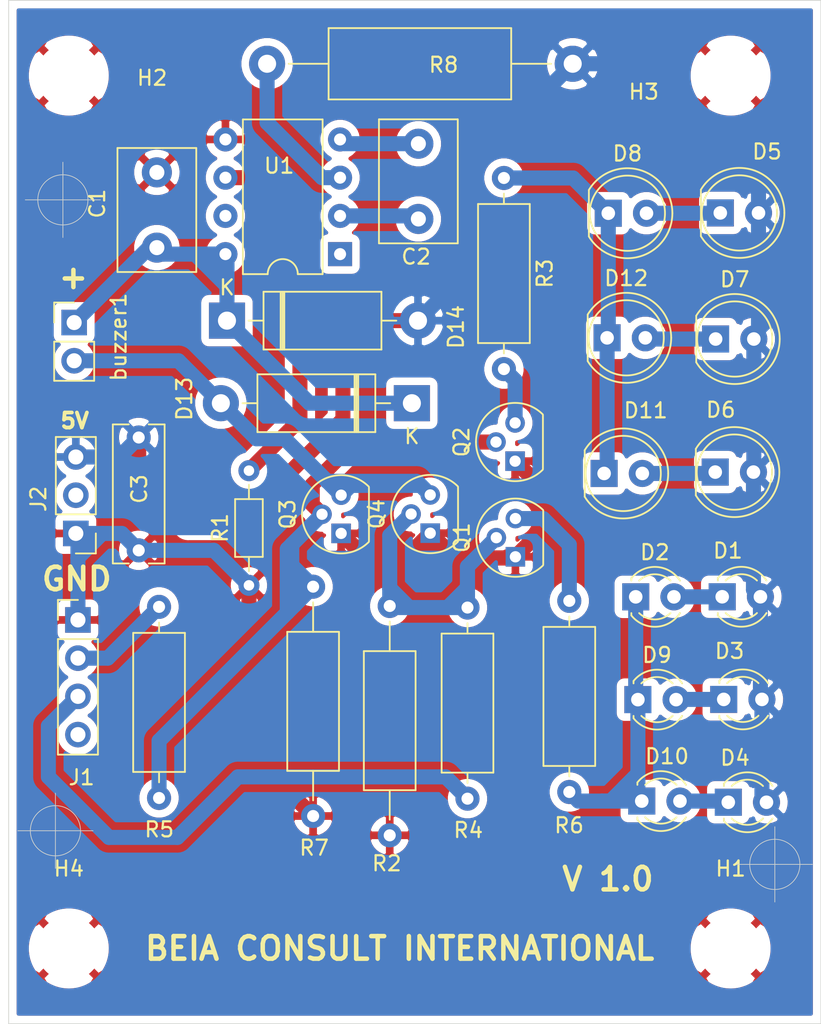
<source format=kicad_pcb>
(kicad_pcb (version 20171130) (host pcbnew "(5.1.10)-1")
  (layers (0 F.Cu signal) (31 B.Cu signal) (34 B.Paste user hide) (35 F.Paste user hide) (36 B.SilkS user hide) (37 F.SilkS user) (38 B.Mask user hide) (39 F.Mask user hide) (44 Edge.Cuts user))
  (net 0 "")
  (net 1 "Net-(D1-Pad1)")
  (net 2 +5V)
  (net 3 "Net-(D10-Pad1)")
  (net 4 "Net-(D3-Pad1)")
  (net 5 "Net-(D10-Pad2)")
  (net 6 "Net-(D5-Pad1)")
  (net 7 "Net-(D11-Pad2)")
  (net 8 "Net-(D12-Pad2)")
  (net 9 "Net-(D11-Pad1)")
  (net 10 "Net-(Q1-Pad2)")
  (net 11 GND)
  (net 12 "Net-(Q2-Pad2)")
  (net 13 /P1)
  (net 14 /P2)
  (net 15 "Net-(D13-Pad2)")
  (net 16 +10V)
  (net 17 "Net-(C2-Pad2)")
  (net 18 "Net-(C2-Pad1)")
  (net 19 "Net-(J1-Pad4)")
  (net 20 "Net-(J2-Pad2)")
  (net 21 "Net-(R1-Pad2)")
  (net 22 "Net-(R8-Pad2)")
  (net 23 "Net-(U1-Pad1)")
  (net 24 "Net-(U1-Pad7)")
  (net 25 "Net-(Q1-Pad3)")
  (net 26 "Net-(Q2-Pad3)")
  (module Resistor_THT:R_Axial_DIN0309_L9.0mm_D3.2mm_P12.70mm_Horizontal (layer F.Cu) (at 126.50724 135.34644 270)
    (fp_text reference R4 (at 14.79296 -0.0508) (layer F.SilkS))
    (fp_text value "R_led 15")
    (fp_line (start 11.66 0) (end 10.97 0) (layer F.SilkS) (width 0.12))
    (fp_line (start 1.04 0) (end 1.73 0) (layer F.SilkS) (width 0.12))
    (fp_line (start 10.97 -1.72) (end 1.73 -1.72) (layer F.SilkS) (width 0.12))
    (fp_line (start 10.97 1.72) (end 10.97 -1.72) (layer F.SilkS) (width 0.12))
    (fp_line (start 1.73 1.72) (end 10.97 1.72) (layer F.SilkS) (width 0.12))
    (fp_line (start 1.73 -1.72) (end 1.73 1.72) (layer F.SilkS) (width 0.12))
    (pad 1 thru_hole circle (at 0 0 270) (size 1.6 1.6) (drill 0.8) (layers *.Cu *.Mask) (net 10 "Net-(Q1-Pad2)"))
    (pad 2 thru_hole oval (at 12.7 0 270) (size 1.6 1.6) (drill 0.8) (layers *.Cu *.Mask) (net 13 /P1))
  )
  (module Connector_PinHeader_2.54mm:PinHeader_1x02_P2.54mm_Vertical (layer F.Cu) (at 100.3554 116.4082)
    (fp_text reference buzzer1 (at 2.9591 0.9652 270) (layer F.SilkS))
    (fp_text value Conn_01x02_Female)
    (fp_line (start -1.33 3.87) (end 1.33 3.87) (layer F.SilkS) (width 0.12))
    (fp_line (start -1.33 1.27) (end -1.33 3.87) (layer F.SilkS) (width 0.12))
    (fp_line (start 1.33 1.27) (end 1.33 3.87) (layer F.SilkS) (width 0.12))
    (fp_line (start -1.33 1.27) (end 1.33 1.27) (layer F.SilkS) (width 0.12))
    (fp_line (start -1.33 0) (end -1.33 -1.33) (layer F.SilkS) (width 0.12))
    (fp_line (start -1.33 -1.33) (end 0 -1.33) (layer F.SilkS) (width 0.12))
    (pad 2 thru_hole oval (at 0 2.54) (size 1.7 1.7) (drill 1) (layers *.Cu *.Mask) (net 15 "Net-(D13-Pad2)"))
    (pad 1 thru_hole rect (at 0 0) (size 1.7 1.7) (drill 1) (layers *.Cu *.Mask) (net 16 +10V))
  )
  (module Connector_PinHeader_2.54mm:PinHeader_1x03_P2.54mm_Vertical (layer F.Cu) (at 100.46716 130.42138 180)
    (fp_text reference J2 (at 2.48666 2.29108 90) (layer F.SilkS))
    (fp_text value Conn_01x03_Female)
    (fp_line (start -1.33 -1.33) (end 0 -1.33) (layer F.SilkS) (width 0.12))
    (fp_line (start -1.33 0) (end -1.33 -1.33) (layer F.SilkS) (width 0.12))
    (fp_line (start -1.33 1.27) (end 1.33 1.27) (layer F.SilkS) (width 0.12))
    (fp_line (start 1.33 1.27) (end 1.33 6.41) (layer F.SilkS) (width 0.12))
    (fp_line (start -1.33 1.27) (end -1.33 6.41) (layer F.SilkS) (width 0.12))
    (fp_line (start -1.33 6.41) (end 1.33 6.41) (layer F.SilkS) (width 0.12))
    (pad 1 thru_hole rect (at 0 0 180) (size 1.7 1.7) (drill 1) (layers *.Cu *.Mask) (net 11 GND))
    (pad 2 thru_hole oval (at 0 2.54 180) (size 1.7 1.7) (drill 1) (layers *.Cu *.Mask) (net 20 "Net-(J2-Pad2)"))
    (pad 3 thru_hole oval (at 0 5.08 180) (size 1.7 1.7) (drill 1) (layers *.Cu *.Mask) (net 2 +5V))
  )
  (module Connector_PinHeader_2.54mm:PinHeader_1x04_P2.54mm_Vertical (layer F.Cu) (at 100.60686 136.1694)
    (fp_text reference J1 (at 0.24384 10.4648) (layer F.SilkS))
    (fp_text value Conn_01x04_Female)
    (fp_line (start -1.33 -1.33) (end 0 -1.33) (layer F.SilkS) (width 0.12))
    (fp_line (start -1.33 0) (end -1.33 -1.33) (layer F.SilkS) (width 0.12))
    (fp_line (start -1.33 1.27) (end 1.33 1.27) (layer F.SilkS) (width 0.12))
    (fp_line (start 1.33 1.27) (end 1.33 8.95) (layer F.SilkS) (width 0.12))
    (fp_line (start -1.33 1.27) (end -1.33 8.95) (layer F.SilkS) (width 0.12))
    (fp_line (start -1.33 8.95) (end 1.33 8.95) (layer F.SilkS) (width 0.12))
    (pad 1 thru_hole rect (at 0 0) (size 1.7 1.7) (drill 1) (layers *.Cu *.Mask) (net 11 GND))
    (pad 2 thru_hole oval (at 0 2.54) (size 1.7 1.7) (drill 1) (layers *.Cu *.Mask) (net 14 /P2))
    (pad 3 thru_hole oval (at 0 5.08) (size 1.7 1.7) (drill 1) (layers *.Cu *.Mask) (net 13 /P1))
    (pad 4 thru_hole oval (at 0 7.62) (size 1.7 1.7) (drill 1) (layers *.Cu *.Mask) (net 19 "Net-(J1-Pad4)"))
  )
  (module Diode_THT:D_DO-15_P12.70mm_Horizontal (layer F.Cu) (at 122.809 121.7676 180)
    (fp_text reference D13 (at 15.1257 0.2921 90) (layer F.SilkS))
    (fp_text value D)
    (fp_line (start 3.57 -1.92) (end 3.57 1.92) (layer F.SilkS) (width 0.12))
    (fp_line (start 3.81 -1.92) (end 3.81 1.92) (layer F.SilkS) (width 0.12))
    (fp_line (start 3.69 -1.92) (end 3.69 1.92) (layer F.SilkS) (width 0.12))
    (fp_line (start 11.26 0) (end 10.27 0) (layer F.SilkS) (width 0.12))
    (fp_line (start 1.44 0) (end 2.43 0) (layer F.SilkS) (width 0.12))
    (fp_line (start 10.27 -1.92) (end 2.43 -1.92) (layer F.SilkS) (width 0.12))
    (fp_line (start 10.27 1.92) (end 10.27 -1.92) (layer F.SilkS) (width 0.12))
    (fp_line (start 2.43 1.92) (end 10.27 1.92) (layer F.SilkS) (width 0.12))
    (fp_line (start 2.43 -1.92) (end 2.43 1.92) (layer F.SilkS) (width 0.12))
    (fp_text user K (at 0 -2.2) (layer F.SilkS))
    (pad 1 thru_hole rect (at 0 0 180) (size 2.4 2.4) (drill 1.2) (layers *.Cu *.Mask) (net 16 +10V))
    (pad 2 thru_hole oval (at 12.7 0 180) (size 2.4 2.4) (drill 1.2) (layers *.Cu *.Mask) (net 15 "Net-(D13-Pad2)"))
  )
  (module Resistor_THT:R_Axial_DIN0309_L9.0mm_D3.2mm_P12.70mm_Horizontal (layer F.Cu) (at 106 148 90)
    (fp_text reference R5 (at -2.0955 0.0127) (layer F.SilkS))
    (fp_text value "R_led 15")
    (fp_line (start 1.73 -1.72) (end 1.73 1.72) (layer F.SilkS) (width 0.12))
    (fp_line (start 1.73 1.72) (end 10.97 1.72) (layer F.SilkS) (width 0.12))
    (fp_line (start 10.97 1.72) (end 10.97 -1.72) (layer F.SilkS) (width 0.12))
    (fp_line (start 10.97 -1.72) (end 1.73 -1.72) (layer F.SilkS) (width 0.12))
    (fp_line (start 1.04 0) (end 1.73 0) (layer F.SilkS) (width 0.12))
    (fp_line (start 11.66 0) (end 10.97 0) (layer F.SilkS) (width 0.12))
    (pad 2 thru_hole oval (at 12.7 0 90) (size 1.6 1.6) (drill 0.8) (layers *.Cu *.Mask) (net 14 /P2))
    (pad 1 thru_hole circle (at 0 0 90) (size 1.6 1.6) (drill 0.8) (layers *.Cu *.Mask) (net 12 "Net-(Q2-Pad2)"))
  )
  (module Resistor_THT:R_Axial_DIN0309_L9.0mm_D3.2mm_P15.24mm_Horizontal (layer F.Cu) (at 121.3358 135.2423 270)
    (fp_text reference R2 (at 17.1069 0.19812) (layer F.SilkS))
    (fp_text value "R_gate 10k")
    (fp_line (start 14.2 0) (end 12.24 0) (layer F.SilkS) (width 0.12))
    (fp_line (start 1.04 0) (end 3 0) (layer F.SilkS) (width 0.12))
    (fp_line (start 12.24 -1.72) (end 3 -1.72) (layer F.SilkS) (width 0.12))
    (fp_line (start 12.24 1.72) (end 12.24 -1.72) (layer F.SilkS) (width 0.12))
    (fp_line (start 3 1.72) (end 12.24 1.72) (layer F.SilkS) (width 0.12))
    (fp_line (start 3 -1.72) (end 3 1.72) (layer F.SilkS) (width 0.12))
    (pad 1 thru_hole circle (at 0 0 270) (size 1.6 1.6) (drill 0.8) (layers *.Cu *.Mask) (net 10 "Net-(Q1-Pad2)"))
    (pad 2 thru_hole oval (at 15.24 0 270) (size 1.6 1.6) (drill 0.8) (layers *.Cu *.Mask) (net 11 GND))
  )
  (module Resistor_THT:R_Axial_DIN0309_L9.0mm_D3.2mm_P15.24mm_Horizontal (layer F.Cu) (at 116.2431 133.9596 270)
    (fp_text reference R7 (at 17.35328 -0.06858 180) (layer F.SilkS))
    (fp_text value "R_gate 10k")
    (fp_line (start 3 -1.72) (end 3 1.72) (layer F.SilkS) (width 0.12))
    (fp_line (start 3 1.72) (end 12.24 1.72) (layer F.SilkS) (width 0.12))
    (fp_line (start 12.24 1.72) (end 12.24 -1.72) (layer F.SilkS) (width 0.12))
    (fp_line (start 12.24 -1.72) (end 3 -1.72) (layer F.SilkS) (width 0.12))
    (fp_line (start 1.04 0) (end 3 0) (layer F.SilkS) (width 0.12))
    (fp_line (start 14.2 0) (end 12.24 0) (layer F.SilkS) (width 0.12))
    (pad 2 thru_hole oval (at 15.24 0 270) (size 1.6 1.6) (drill 0.8) (layers *.Cu *.Mask) (net 11 GND))
    (pad 1 thru_hole circle (at 0 0 270) (size 1.6 1.6) (drill 0.8) (layers *.Cu *.Mask) (net 12 "Net-(Q2-Pad2)"))
  )
  (module Capacitor_THT:C_Rect_L9.0mm_W3.2mm_P7.50mm_MKT (layer F.Cu) (at 104.648 131.5466 90)
    (fp_text reference C3 (at 4.0767 0.0381 90) (layer F.SilkS))
    (fp_text value "C_Small 47")
    (fp_line (start 8.37 0.665) (end 8.37 1.721) (layer F.SilkS) (width 0.12))
    (fp_line (start 8.37 -1.721) (end 8.37 -0.665) (layer F.SilkS) (width 0.12))
    (fp_line (start -0.87 0.665) (end -0.87 1.721) (layer F.SilkS) (width 0.12))
    (fp_line (start -0.87 -1.721) (end -0.87 -0.665) (layer F.SilkS) (width 0.12))
    (fp_line (start -0.87 1.721) (end 8.37 1.721) (layer F.SilkS) (width 0.12))
    (fp_line (start -0.87 -1.721) (end 8.37 -1.721) (layer F.SilkS) (width 0.12))
    (pad 1 thru_hole circle (at 0 0 90) (size 1.6 1.6) (drill 0.8) (layers *.Cu *.Mask) (net 11 GND))
    (pad 2 thru_hole circle (at 7.5 0 90) (size 1.6 1.6) (drill 0.8) (layers *.Cu *.Mask) (net 2 +5V))
  )
  (module LED_THT:LED_D3.0mm (layer F.Cu) (at 143.44142 134.63016)
    (fp_text reference D1 (at 0.37338 -3.05816) (layer F.SilkS))
    (fp_text value LED_galben)
    (fp_line (start -0.29 -1.236) (end -0.29 -1.08) (layer F.SilkS) (width 0.12))
    (fp_line (start -0.29 1.08) (end -0.29 1.236) (layer F.SilkS) (width 0.12))
    (fp_arc (start 1.27 0) (end -0.29 -1.235516) (angle 108.8) (layer F.SilkS) (width 0.12))
    (fp_arc (start 1.27 0) (end -0.29 1.235516) (angle -108.8) (layer F.SilkS) (width 0.12))
    (fp_arc (start 1.27 0) (end 0.229039 -1.08) (angle 87.9) (layer F.SilkS) (width 0.12))
    (fp_arc (start 1.27 0) (end 0.229039 1.08) (angle -87.9) (layer F.SilkS) (width 0.12))
    (pad 1 thru_hole rect (at 0 0) (size 1.8 1.8) (drill 0.9) (layers *.Cu *.Mask) (net 1 "Net-(D1-Pad1)"))
    (pad 2 thru_hole circle (at 2.54 0) (size 1.8 1.8) (drill 0.9) (layers *.Cu *.Mask) (net 2 +5V))
  )
  (module LED_THT:LED_D3.0mm (layer F.Cu) (at 137.69086 134.63524)
    (fp_text reference D2 (at 1.27 -2.96) (layer F.SilkS))
    (fp_text value LED_galben)
    (fp_line (start -0.29 1.08) (end -0.29 1.236) (layer F.SilkS) (width 0.12))
    (fp_line (start -0.29 -1.236) (end -0.29 -1.08) (layer F.SilkS) (width 0.12))
    (fp_arc (start 1.27 0) (end -0.29 -1.235516) (angle 108.8) (layer F.SilkS) (width 0.12))
    (fp_arc (start 1.27 0) (end -0.29 1.235516) (angle -108.8) (layer F.SilkS) (width 0.12))
    (fp_arc (start 1.27 0) (end 0.229039 -1.08) (angle 87.9) (layer F.SilkS) (width 0.12))
    (fp_arc (start 1.27 0) (end 0.229039 1.08) (angle -87.9) (layer F.SilkS) (width 0.12))
    (pad 1 thru_hole rect (at 0 0) (size 1.8 1.8) (drill 0.9) (layers *.Cu *.Mask) (net 3 "Net-(D10-Pad1)"))
    (pad 2 thru_hole circle (at 2.54 0) (size 1.8 1.8) (drill 0.9) (layers *.Cu *.Mask) (net 1 "Net-(D1-Pad1)"))
  )
  (module LED_THT:LED_D3.0mm (layer F.Cu) (at 143.54302 141.45006)
    (fp_text reference D3 (at 0.38608 -3.21056) (layer F.SilkS))
    (fp_text value LED_galben)
    (fp_line (start -0.29 -1.236) (end -0.29 -1.08) (layer F.SilkS) (width 0.12))
    (fp_line (start -0.29 1.08) (end -0.29 1.236) (layer F.SilkS) (width 0.12))
    (fp_arc (start 1.27 0) (end 0.229039 1.08) (angle -87.9) (layer F.SilkS) (width 0.12))
    (fp_arc (start 1.27 0) (end 0.229039 -1.08) (angle 87.9) (layer F.SilkS) (width 0.12))
    (fp_arc (start 1.27 0) (end -0.29 1.235516) (angle -108.8) (layer F.SilkS) (width 0.12))
    (fp_arc (start 1.27 0) (end -0.29 -1.235516) (angle 108.8) (layer F.SilkS) (width 0.12))
    (pad 2 thru_hole circle (at 2.54 0) (size 1.8 1.8) (drill 0.9) (layers *.Cu *.Mask) (net 2 +5V))
    (pad 1 thru_hole rect (at 0 0) (size 1.8 1.8) (drill 0.9) (layers *.Cu *.Mask) (net 4 "Net-(D3-Pad1)"))
  )
  (module LED_THT:LED_D3.0mm (layer F.Cu) (at 143.84528 148.2852)
    (fp_text reference D4 (at 0.44704 -2.95148) (layer F.SilkS))
    (fp_text value LED_galben)
    (fp_line (start -0.29 1.08) (end -0.29 1.236) (layer F.SilkS) (width 0.12))
    (fp_line (start -0.29 -1.236) (end -0.29 -1.08) (layer F.SilkS) (width 0.12))
    (fp_arc (start 1.27 0) (end -0.29 -1.235516) (angle 108.8) (layer F.SilkS) (width 0.12))
    (fp_arc (start 1.27 0) (end -0.29 1.235516) (angle -108.8) (layer F.SilkS) (width 0.12))
    (fp_arc (start 1.27 0) (end 0.229039 -1.08) (angle 87.9) (layer F.SilkS) (width 0.12))
    (fp_arc (start 1.27 0) (end 0.229039 1.08) (angle -87.9) (layer F.SilkS) (width 0.12))
    (pad 1 thru_hole rect (at 0 0) (size 1.8 1.8) (drill 0.9) (layers *.Cu *.Mask) (net 5 "Net-(D10-Pad2)"))
    (pad 2 thru_hole circle (at 2.54 0) (size 1.8 1.8) (drill 0.9) (layers *.Cu *.Mask) (net 2 +5V))
  )
  (module LED_THT:LED_D5.0mm (layer F.Cu) (at 143.314469 109.123161)
    (fp_text reference D5 (at 3.103831 -4.068761) (layer F.SilkS))
    (fp_text value LED_red)
    (fp_circle (center 1.27 0) (end 3.77 0) (layer F.SilkS) (width 0.12))
    (fp_line (start -1.29 -1.545) (end -1.29 1.545) (layer F.SilkS) (width 0.12))
    (fp_arc (start 1.27 0) (end -1.29 1.54483) (angle -148.9) (layer F.SilkS) (width 0.12))
    (fp_arc (start 1.27 0) (end -1.29 -1.54483) (angle 148.9) (layer F.SilkS) (width 0.12))
    (pad 2 thru_hole circle (at 2.54 0) (size 1.8 1.8) (drill 0.9) (layers *.Cu *.Mask) (net 2 +5V))
    (pad 1 thru_hole rect (at 0 0) (size 1.8 1.8) (drill 0.9) (layers *.Cu *.Mask) (net 6 "Net-(D5-Pad1)"))
  )
  (module LED_THT:LED_D5.0mm (layer F.Cu) (at 142.97914 126.34468)
    (fp_text reference D6 (at 0.36576 -4.13258) (layer F.SilkS))
    (fp_text value LED_red)
    (fp_line (start -1.29 -1.545) (end -1.29 1.545) (layer F.SilkS) (width 0.12))
    (fp_circle (center 1.27 0) (end 3.77 0) (layer F.SilkS) (width 0.12))
    (fp_arc (start 1.27 0) (end -1.29 -1.54483) (angle 148.9) (layer F.SilkS) (width 0.12))
    (fp_arc (start 1.27 0) (end -1.29 1.54483) (angle -148.9) (layer F.SilkS) (width 0.12))
    (pad 1 thru_hole rect (at 0 0) (size 1.8 1.8) (drill 0.9) (layers *.Cu *.Mask) (net 7 "Net-(D11-Pad2)"))
    (pad 2 thru_hole circle (at 2.54 0) (size 1.8 1.8) (drill 0.9) (layers *.Cu *.Mask) (net 2 +5V))
  )
  (module LED_THT:LED_D5.0mm (layer F.Cu) (at 143.00454 117.50294)
    (fp_text reference D7 (at 1.27 -3.96) (layer F.SilkS))
    (fp_text value LED_red)
    (fp_circle (center 1.27 0) (end 3.77 0) (layer F.SilkS) (width 0.12))
    (fp_line (start -1.29 -1.545) (end -1.29 1.545) (layer F.SilkS) (width 0.12))
    (fp_arc (start 1.27 0) (end -1.29 1.54483) (angle -148.9) (layer F.SilkS) (width 0.12))
    (fp_arc (start 1.27 0) (end -1.29 -1.54483) (angle 148.9) (layer F.SilkS) (width 0.12))
    (pad 2 thru_hole circle (at 2.54 0) (size 1.8 1.8) (drill 0.9) (layers *.Cu *.Mask) (net 2 +5V))
    (pad 1 thru_hole rect (at 0 0) (size 1.8 1.8) (drill 0.9) (layers *.Cu *.Mask) (net 8 "Net-(D12-Pad2)"))
  )
  (module LED_THT:LED_D5.0mm (layer F.Cu) (at 135.86714 109.1438)
    (fp_text reference D8 (at 1.27 -3.96) (layer F.SilkS))
    (fp_text value LED_red)
    (fp_line (start -1.29 -1.545) (end -1.29 1.545) (layer F.SilkS) (width 0.12))
    (fp_circle (center 1.27 0) (end 3.77 0) (layer F.SilkS) (width 0.12))
    (fp_arc (start 1.27 0) (end -1.29 -1.54483) (angle 148.9) (layer F.SilkS) (width 0.12))
    (fp_arc (start 1.27 0) (end -1.29 1.54483) (angle -148.9) (layer F.SilkS) (width 0.12))
    (pad 1 thru_hole rect (at 0 0) (size 1.8 1.8) (drill 0.9) (layers *.Cu *.Mask) (net 9 "Net-(D11-Pad1)"))
    (pad 2 thru_hole circle (at 2.54 0) (size 1.8 1.8) (drill 0.9) (layers *.Cu *.Mask) (net 6 "Net-(D5-Pad1)"))
  )
  (module LED_THT:LED_D3.0mm (layer F.Cu) (at 137.83564 141.4653)
    (fp_text reference D9 (at 1.27 -2.96) (layer F.SilkS))
    (fp_text value LED_galben)
    (fp_line (start -0.29 1.08) (end -0.29 1.236) (layer F.SilkS) (width 0.12))
    (fp_line (start -0.29 -1.236) (end -0.29 -1.08) (layer F.SilkS) (width 0.12))
    (fp_arc (start 1.27 0) (end -0.29 -1.235516) (angle 108.8) (layer F.SilkS) (width 0.12))
    (fp_arc (start 1.27 0) (end -0.29 1.235516) (angle -108.8) (layer F.SilkS) (width 0.12))
    (fp_arc (start 1.27 0) (end 0.229039 -1.08) (angle 87.9) (layer F.SilkS) (width 0.12))
    (fp_arc (start 1.27 0) (end 0.229039 1.08) (angle -87.9) (layer F.SilkS) (width 0.12))
    (pad 1 thru_hole rect (at 0 0) (size 1.8 1.8) (drill 0.9) (layers *.Cu *.Mask) (net 3 "Net-(D10-Pad1)"))
    (pad 2 thru_hole circle (at 2.54 0) (size 1.8 1.8) (drill 0.9) (layers *.Cu *.Mask) (net 4 "Net-(D3-Pad1)"))
  )
  (module LED_THT:LED_D3.0mm (layer F.Cu) (at 138.09218 148.20646)
    (fp_text reference D10 (at 1.67894 -2.96926) (layer F.SilkS))
    (fp_text value LED_galben)
    (fp_line (start -0.29 -1.236) (end -0.29 -1.08) (layer F.SilkS) (width 0.12))
    (fp_line (start -0.29 1.08) (end -0.29 1.236) (layer F.SilkS) (width 0.12))
    (fp_arc (start 1.27 0) (end 0.229039 1.08) (angle -87.9) (layer F.SilkS) (width 0.12))
    (fp_arc (start 1.27 0) (end 0.229039 -1.08) (angle 87.9) (layer F.SilkS) (width 0.12))
    (fp_arc (start 1.27 0) (end -0.29 1.235516) (angle -108.8) (layer F.SilkS) (width 0.12))
    (fp_arc (start 1.27 0) (end -0.29 -1.235516) (angle 108.8) (layer F.SilkS) (width 0.12))
    (pad 2 thru_hole circle (at 2.54 0) (size 1.8 1.8) (drill 0.9) (layers *.Cu *.Mask) (net 5 "Net-(D10-Pad2)"))
    (pad 1 thru_hole rect (at 0 0) (size 1.8 1.8) (drill 0.9) (layers *.Cu *.Mask) (net 3 "Net-(D10-Pad1)"))
  )
  (module LED_THT:LED_D5.0mm (layer F.Cu) (at 135.59028 126.43612)
    (fp_text reference D11 (at 2.76352 -4.18592) (layer F.SilkS))
    (fp_text value LED_red)
    (fp_circle (center 1.27 0) (end 3.77 0) (layer F.SilkS) (width 0.12))
    (fp_line (start -1.29 -1.545) (end -1.29 1.545) (layer F.SilkS) (width 0.12))
    (fp_arc (start 1.27 0) (end -1.29 1.54483) (angle -148.9) (layer F.SilkS) (width 0.12))
    (fp_arc (start 1.27 0) (end -1.29 -1.54483) (angle 148.9) (layer F.SilkS) (width 0.12))
    (pad 2 thru_hole circle (at 2.54 0) (size 1.8 1.8) (drill 0.9) (layers *.Cu *.Mask) (net 7 "Net-(D11-Pad2)"))
    (pad 1 thru_hole rect (at 0 0) (size 1.8 1.8) (drill 0.9) (layers *.Cu *.Mask) (net 9 "Net-(D11-Pad1)"))
  )
  (module LED_THT:LED_D5.0mm (layer F.Cu) (at 135.7884 117.4242)
    (fp_text reference D12 (at 1.27 -3.96) (layer F.SilkS))
    (fp_text value LED_red)
    (fp_line (start -1.29 -1.545) (end -1.29 1.545) (layer F.SilkS) (width 0.12))
    (fp_circle (center 1.27 0) (end 3.77 0) (layer F.SilkS) (width 0.12))
    (fp_arc (start 1.27 0) (end -1.29 -1.54483) (angle 148.9) (layer F.SilkS) (width 0.12))
    (fp_arc (start 1.27 0) (end -1.29 1.54483) (angle -148.9) (layer F.SilkS) (width 0.12))
    (pad 1 thru_hole rect (at 0 0) (size 1.8 1.8) (drill 0.9) (layers *.Cu *.Mask) (net 9 "Net-(D11-Pad1)"))
    (pad 2 thru_hole circle (at 2.54 0) (size 1.8 1.8) (drill 0.9) (layers *.Cu *.Mask) (net 8 "Net-(D12-Pad2)"))
  )
  (module Resistor_THT:R_Axial_DIN0309_L9.0mm_D3.2mm_P12.70mm_Horizontal (layer F.Cu) (at 128.92786 106.80192 270)
    (fp_text reference R3 (at 6.35 -2.72 270) (layer F.SilkS))
    (fp_text value "R_led 4")
    (fp_line (start 11.66 0) (end 10.97 0) (layer F.SilkS) (width 0.12))
    (fp_line (start 1.04 0) (end 1.73 0) (layer F.SilkS) (width 0.12))
    (fp_line (start 10.97 -1.72) (end 1.73 -1.72) (layer F.SilkS) (width 0.12))
    (fp_line (start 10.97 1.72) (end 10.97 -1.72) (layer F.SilkS) (width 0.12))
    (fp_line (start 1.73 1.72) (end 10.97 1.72) (layer F.SilkS) (width 0.12))
    (fp_line (start 1.73 -1.72) (end 1.73 1.72) (layer F.SilkS) (width 0.12))
    (pad 1 thru_hole circle (at 0 0 270) (size 1.6 1.6) (drill 0.8) (layers *.Cu *.Mask) (net 9 "Net-(D11-Pad1)"))
    (pad 2 thru_hole oval (at 12.7 0 270) (size 1.6 1.6) (drill 0.8) (layers *.Cu *.Mask) (net 26 "Net-(Q2-Pad3)"))
  )
  (module Resistor_THT:R_Axial_DIN0309_L9.0mm_D3.2mm_P12.70mm_Horizontal (layer F.Cu) (at 133.27634 147.60194 90)
    (fp_text reference R6 (at -2.21996 -0.01524 180) (layer F.SilkS))
    (fp_text value "R_led 15")
    (fp_line (start 1.73 -1.72) (end 1.73 1.72) (layer F.SilkS) (width 0.12))
    (fp_line (start 1.73 1.72) (end 10.97 1.72) (layer F.SilkS) (width 0.12))
    (fp_line (start 10.97 1.72) (end 10.97 -1.72) (layer F.SilkS) (width 0.12))
    (fp_line (start 10.97 -1.72) (end 1.73 -1.72) (layer F.SilkS) (width 0.12))
    (fp_line (start 1.04 0) (end 1.73 0) (layer F.SilkS) (width 0.12))
    (fp_line (start 11.66 0) (end 10.97 0) (layer F.SilkS) (width 0.12))
    (pad 2 thru_hole oval (at 12.7 0 90) (size 1.6 1.6) (drill 0.8) (layers *.Cu *.Mask) (net 25 "Net-(Q1-Pad3)"))
    (pad 1 thru_hole circle (at 0 0 90) (size 1.6 1.6) (drill 0.8) (layers *.Cu *.Mask) (net 3 "Net-(D10-Pad1)"))
  )
  (module Capacitor_THT:C_Disc_D8.0mm_W5.0mm_P5.00mm (layer F.Cu) (at 105.8545 111.4298 90)
    (fp_text reference C1 (at 2.921 -3.9624 90) (layer F.SilkS))
    (fp_text value "C_Small 47")
    (fp_line (start 6.62 -2.62) (end 6.62 2.62) (layer F.SilkS) (width 0.12))
    (fp_line (start -1.62 -2.62) (end -1.62 2.62) (layer F.SilkS) (width 0.12))
    (fp_line (start -1.62 2.62) (end 6.62 2.62) (layer F.SilkS) (width 0.12))
    (fp_line (start -1.62 -2.62) (end 6.62 -2.62) (layer F.SilkS) (width 0.12))
    (pad 1 thru_hole circle (at 0 0 90) (size 2 2) (drill 1) (layers *.Cu *.Mask) (net 16 +10V))
    (pad 2 thru_hole circle (at 5 0 90) (size 2 2) (drill 1) (layers *.Cu *.Mask) (net 11 GND))
  )
  (module Capacitor_THT:C_Disc_D8.0mm_W5.0mm_P5.00mm (layer F.Cu) (at 123.2408 109.5248 90)
    (fp_text reference C2 (at -2.5146 -0.1524) (layer F.SilkS))
    (fp_text value "C_Small 47")
    (fp_line (start -1.62 -2.62) (end 6.62 -2.62) (layer F.SilkS) (width 0.12))
    (fp_line (start -1.62 2.62) (end 6.62 2.62) (layer F.SilkS) (width 0.12))
    (fp_line (start -1.62 -2.62) (end -1.62 2.62) (layer F.SilkS) (width 0.12))
    (fp_line (start 6.62 -2.62) (end 6.62 2.62) (layer F.SilkS) (width 0.12))
    (pad 2 thru_hole circle (at 5 0 90) (size 2 2) (drill 1) (layers *.Cu *.Mask) (net 17 "Net-(C2-Pad2)"))
    (pad 1 thru_hole circle (at 0 0 90) (size 2 2) (drill 1) (layers *.Cu *.Mask) (net 18 "Net-(C2-Pad1)"))
  )
  (module Diode_THT:D_DO-15_P12.70mm_Horizontal (layer F.Cu) (at 110.5154 116.2812)
    (fp_text reference D14 (at 15.2273 0.4191 90) (layer F.SilkS))
    (fp_text value D)
    (fp_line (start 3.57 -1.92) (end 3.57 1.92) (layer F.SilkS) (width 0.12))
    (fp_line (start 3.81 -1.92) (end 3.81 1.92) (layer F.SilkS) (width 0.12))
    (fp_line (start 3.69 -1.92) (end 3.69 1.92) (layer F.SilkS) (width 0.12))
    (fp_line (start 11.26 0) (end 10.27 0) (layer F.SilkS) (width 0.12))
    (fp_line (start 1.44 0) (end 2.43 0) (layer F.SilkS) (width 0.12))
    (fp_line (start 10.27 -1.92) (end 2.43 -1.92) (layer F.SilkS) (width 0.12))
    (fp_line (start 10.27 1.92) (end 10.27 -1.92) (layer F.SilkS) (width 0.12))
    (fp_line (start 2.43 1.92) (end 10.27 1.92) (layer F.SilkS) (width 0.12))
    (fp_line (start 2.43 -1.92) (end 2.43 1.92) (layer F.SilkS) (width 0.12))
    (fp_text user K (at 0 -2.2) (layer F.SilkS))
    (pad 1 thru_hole rect (at 0 0) (size 2.4 2.4) (drill 1.2) (layers *.Cu *.Mask) (net 16 +10V))
    (pad 2 thru_hole oval (at 12.7 0) (size 2.4 2.4) (drill 1.2) (layers *.Cu *.Mask) (net 2 +5V))
  )
  (module MountingHole:MountingHole_4.3mm_M4 (layer F.Cu) (at 144 158)
    (fp_text reference H1 (at 0 -5.3) (layer F.SilkS))
    (fp_text value MountingHole_Pad)
    (pad 1 np_thru_hole circle (at 0 0) (size 4.3 4.3) (drill 4.3) (layers *.Cu *.Mask) (net 11 GND))
  )
  (module MountingHole:MountingHole_4.3mm_M4 (layer F.Cu) (at 100 100)
    (fp_text reference H2 (at 5.537 0.1522) (layer F.SilkS))
    (fp_text value MountingHole_Pad)
    (pad 1 np_thru_hole circle (at 0 0) (size 4.3 4.3) (drill 4.3) (layers *.Cu *.Mask) (net 11 GND))
  )
  (module MountingHole:MountingHole_4.3mm_M4 (layer F.Cu) (at 144 100)
    (fp_text reference H3 (at -5.7732 1.0793) (layer F.SilkS))
    (fp_text value MountingHole_Pad)
    (pad 1 np_thru_hole circle (at 0 0) (size 4.3 4.3) (drill 4.3) (layers *.Cu *.Mask) (net 11 GND))
  )
  (module MountingHole:MountingHole_4.3mm_M4 (layer F.Cu) (at 100 158)
    (fp_text reference H4 (at 0 -5.3) (layer F.SilkS))
    (fp_text value MountingHole_Pad)
    (pad 1 np_thru_hole circle (at 0 0) (size 4.3 4.3) (drill 4.3) (layers *.Cu *.Mask) (net 11 GND))
  )
  (module Resistor_THT:R_Axial_DIN0204_L3.6mm_D1.6mm_P7.62mm_Horizontal (layer F.Cu) (at 111.9759 133.8707 90)
    (fp_text reference R1 (at 3.81 -1.92 90) (layer F.SilkS))
    (fp_text value "R chg 1M")
    (fp_line (start 6.68 0) (end 5.73 0) (layer F.SilkS) (width 0.12))
    (fp_line (start 0.94 0) (end 1.89 0) (layer F.SilkS) (width 0.12))
    (fp_line (start 5.73 -0.92) (end 1.89 -0.92) (layer F.SilkS) (width 0.12))
    (fp_line (start 5.73 0.92) (end 5.73 -0.92) (layer F.SilkS) (width 0.12))
    (fp_line (start 1.89 0.92) (end 5.73 0.92) (layer F.SilkS) (width 0.12))
    (fp_line (start 1.89 -0.92) (end 1.89 0.92) (layer F.SilkS) (width 0.12))
    (pad 1 thru_hole circle (at 0 0 90) (size 1.4 1.4) (drill 0.7) (layers *.Cu *.Mask) (net 11 GND))
    (pad 2 thru_hole oval (at 7.62 0 90) (size 1.4 1.4) (drill 0.7) (layers *.Cu *.Mask) (net 21 "Net-(R1-Pad2)"))
  )
  (module Resistor_THT:R_Axial_DIN0414_L11.9mm_D4.5mm_P20.32mm_Horizontal (layer F.Cu) (at 133.5024 99.2124 180)
    (fp_text reference R8 (at 8.5852 -0.0762) (layer F.SilkS))
    (fp_text value "R chg 100")
    (fp_line (start 18.88 0) (end 16.23 0) (layer F.SilkS) (width 0.12))
    (fp_line (start 1.44 0) (end 4.09 0) (layer F.SilkS) (width 0.12))
    (fp_line (start 16.23 -2.37) (end 4.09 -2.37) (layer F.SilkS) (width 0.12))
    (fp_line (start 16.23 2.37) (end 16.23 -2.37) (layer F.SilkS) (width 0.12))
    (fp_line (start 4.09 2.37) (end 16.23 2.37) (layer F.SilkS) (width 0.12))
    (fp_line (start 4.09 -2.37) (end 4.09 2.37) (layer F.SilkS) (width 0.12))
    (pad 1 thru_hole circle (at 0 0 180) (size 2.4 2.4) (drill 1.2) (layers *.Cu *.Mask) (net 2 +5V))
    (pad 2 thru_hole oval (at 20.32 0 180) (size 2.4 2.4) (drill 1.2) (layers *.Cu *.Mask) (net 22 "Net-(R8-Pad2)"))
  )
  (module Package_DIP:DIP-8_W7.62mm (layer F.Cu) (at 118.0338 111.8616 180)
    (fp_text reference U1 (at 4.0513 5.8674) (layer F.SilkS))
    (fp_text value TC7662AxPA)
    (fp_line (start 6.46 -1.33) (end 4.81 -1.33) (layer F.SilkS) (width 0.12))
    (fp_line (start 6.46 8.95) (end 6.46 -1.33) (layer F.SilkS) (width 0.12))
    (fp_line (start 1.16 8.95) (end 6.46 8.95) (layer F.SilkS) (width 0.12))
    (fp_line (start 1.16 -1.33) (end 1.16 8.95) (layer F.SilkS) (width 0.12))
    (fp_line (start 2.81 -1.33) (end 1.16 -1.33) (layer F.SilkS) (width 0.12))
    (fp_arc (start 3.81 -1.33) (end 2.81 -1.33) (angle -180) (layer F.SilkS) (width 0.12))
    (pad 1 thru_hole rect (at 0 0 180) (size 1.6 1.6) (drill 0.8) (layers *.Cu *.Mask) (net 23 "Net-(U1-Pad1)"))
    (pad 5 thru_hole oval (at 7.62 7.62 180) (size 1.6 1.6) (drill 0.8) (layers *.Cu *.Mask) (net 11 GND))
    (pad 2 thru_hole oval (at 0 2.54 180) (size 1.6 1.6) (drill 0.8) (layers *.Cu *.Mask) (net 18 "Net-(C2-Pad1)"))
    (pad 6 thru_hole oval (at 7.62 5.08 180) (size 1.6 1.6) (drill 0.8) (layers *.Cu *.Mask) (net 21 "Net-(R1-Pad2)"))
    (pad 3 thru_hole oval (at 0 5.08 180) (size 1.6 1.6) (drill 0.8) (layers *.Cu *.Mask) (net 22 "Net-(R8-Pad2)"))
    (pad 7 thru_hole oval (at 7.62 2.54 180) (size 1.6 1.6) (drill 0.8) (layers *.Cu *.Mask) (net 24 "Net-(U1-Pad7)"))
    (pad 4 thru_hole oval (at 0 7.62 180) (size 1.6 1.6) (drill 0.8) (layers *.Cu *.Mask) (net 17 "Net-(C2-Pad2)"))
    (pad 8 thru_hole oval (at 7.62 0 180) (size 1.6 1.6) (drill 0.8) (layers *.Cu *.Mask) (net 16 +10V))
  )
  (module Package_TO_SOT_THT:TO-92 (layer F.Cu) (at 129.6924 131.97332 90)
    (fp_text reference Q1 (at 1.27 -3.56 90) (layer F.SilkS))
    (fp_text value Q_NMOS_SGD)
    (fp_arc (start 1.27 0) (end 1.27 -2.6) (angle 135) (layer F.SilkS) (width 0.12))
    (fp_arc (start 1.27 0) (end 1.27 -2.6) (angle -135) (layer F.SilkS) (width 0.12))
    (fp_line (start -0.53 1.85) (end 3.07 1.85) (layer F.SilkS) (width 0.12))
    (pad 1 thru_hole rect (at 0 0 90) (size 1.3 1.3) (drill 0.75) (layers *.Cu *.Mask) (net 11 GND))
    (pad 3 thru_hole circle (at 2.54 0 90) (size 1.3 1.3) (drill 0.75) (layers *.Cu *.Mask) (net 25 "Net-(Q1-Pad3)"))
    (pad 2 thru_hole circle (at 1.27 -1.27 90) (size 1.3 1.3) (drill 0.75) (layers *.Cu *.Mask) (net 10 "Net-(Q1-Pad2)"))
  )
  (module Package_TO_SOT_THT:TO-92 (layer F.Cu) (at 129.67208 125.61824 90)
    (fp_text reference Q2 (at 1.27 -3.56 90) (layer F.SilkS))
    (fp_text value Q_NMOS_SGD)
    (fp_line (start -0.53 1.85) (end 3.07 1.85) (layer F.SilkS) (width 0.12))
    (fp_arc (start 1.27 0) (end 1.27 -2.6) (angle -135) (layer F.SilkS) (width 0.12))
    (fp_arc (start 1.27 0) (end 1.27 -2.6) (angle 135) (layer F.SilkS) (width 0.12))
    (pad 2 thru_hole circle (at 1.27 -1.27 90) (size 1.3 1.3) (drill 0.75) (layers *.Cu *.Mask) (net 12 "Net-(Q2-Pad2)"))
    (pad 3 thru_hole circle (at 2.54 0 90) (size 1.3 1.3) (drill 0.75) (layers *.Cu *.Mask) (net 26 "Net-(Q2-Pad3)"))
    (pad 1 thru_hole rect (at 0 0 90) (size 1.3 1.3) (drill 0.75) (layers *.Cu *.Mask) (net 11 GND))
  )
  (module Package_TO_SOT_THT:TO-92 (layer F.Cu) (at 118.10492 130.41884 90)
    (fp_text reference Q3 (at 1.27 -3.56 90) (layer F.SilkS))
    (fp_text value Q_NMOS_SGD)
    (fp_line (start -0.53 1.85) (end 3.07 1.85) (layer F.SilkS) (width 0.12))
    (fp_arc (start 1.27 0) (end 1.27 -2.6) (angle -135) (layer F.SilkS) (width 0.12))
    (fp_arc (start 1.27 0) (end 1.27 -2.6) (angle 135) (layer F.SilkS) (width 0.12))
    (pad 2 thru_hole circle (at 1.27 -1.27 90) (size 1.3 1.3) (drill 0.75) (layers *.Cu *.Mask) (net 12 "Net-(Q2-Pad2)"))
    (pad 3 thru_hole circle (at 2.54 0 90) (size 1.3 1.3) (drill 0.75) (layers *.Cu *.Mask) (net 15 "Net-(D13-Pad2)"))
    (pad 1 thru_hole rect (at 0 0 90) (size 1.3 1.3) (drill 0.75) (layers *.Cu *.Mask) (net 11 GND))
  )
  (module Package_TO_SOT_THT:TO-92 (layer F.Cu) (at 124.0282 130.4036 90)
    (fp_text reference Q4 (at 1.27 -3.56 90) (layer F.SilkS))
    (fp_text value Q_NMOS_SGD)
    (fp_arc (start 1.27 0) (end 1.27 -2.6) (angle 135) (layer F.SilkS) (width 0.12))
    (fp_arc (start 1.27 0) (end 1.27 -2.6) (angle -135) (layer F.SilkS) (width 0.12))
    (fp_line (start -0.53 1.85) (end 3.07 1.85) (layer F.SilkS) (width 0.12))
    (pad 1 thru_hole rect (at 0 0 90) (size 1.3 1.3) (drill 0.75) (layers *.Cu *.Mask) (net 11 GND))
    (pad 3 thru_hole circle (at 2.54 0 90) (size 1.3 1.3) (drill 0.75) (layers *.Cu *.Mask) (net 15 "Net-(D13-Pad2)"))
    (pad 2 thru_hole circle (at 1.27 -1.27 90) (size 1.3 1.3) (drill 0.75) (layers *.Cu *.Mask) (net 10 "Net-(Q1-Pad2)"))
  )
  (gr_text GND (at 100.52812 133.4516) (layer F.SilkS) (effects (font (size 1.5 1.5) (thickness 0.3))))
  (gr_text "V 1.0" (at 135.8392 153.39568) (layer F.SilkS) (effects (font (size 1.5 1.5) (thickness 0.3))))
  (gr_text 5V (at 100.3935 122.936) (layer F.SilkS) (effects (font (size 1 1) (thickness 0.25))))
  (gr_text + (at 100.3046 113.3729) (layer F.SilkS) (effects (font (size 1.5 1.5) (thickness 0.3))))
  (target plus (at 99.6061 108.2548) (size 5) (width 0.05) (layer Edge.Cuts))
  (target plus (at 146.939 152.4127) (size 5) (width 0.05) (layer Edge.Cuts))
  (target plus (at 99.1108 150.1775) (size 5) (width 0.05) (layer Edge.Cuts))
  (gr_text "BEIA CONSULT INTERNATIONAL" (at 122 158) (layer F.SilkS) (effects (font (size 1.5 1.5) (thickness 0.3))))
  (gr_line (start 150 95) (end 150 163) (layer Edge.Cuts) (width 0.05))
  (gr_line (start 96 95) (end 96 163) (layer Edge.Cuts) (width 0.05))
  (gr_line (start 96 95) (end 150 95) (layer Edge.Cuts) (width 0.05))
  (gr_line (start 96 163) (end 150 163) (layer Edge.Cuts) (width 0.05))
  (segment (start 143.43634 134.63524) (end 143.44142 134.63016) (width 1) (layer B.Cu) (net 1))
  (segment (start 140.23086 134.63524) (end 143.43634 134.63524) (width 1) (layer B.Cu) (net 1))
  (segment (start 145.98142 141.34846) (end 146.08302 141.45006) (width 1) (layer B.Cu) (net 2))
  (segment (start 145.98142 134.63016) (end 145.98142 141.34846) (width 1) (layer B.Cu) (net 2))
  (segment (start 146.08302 147.98294) (end 146.38528 148.2852) (width 1) (layer B.Cu) (net 2))
  (segment (start 146.08302 141.45006) (end 146.08302 147.98294) (width 1) (layer B.Cu) (net 2))
  (segment (start 145.854469 117.193011) (end 145.54454 117.50294) (width 1) (layer B.Cu) (net 2))
  (segment (start 145.854469 109.123161) (end 145.854469 117.193011) (width 1) (layer B.Cu) (net 2))
  (segment (start 146.184669 148.485811) (end 146.38528 148.2852) (width 1) (layer B.Cu) (net 2))
  (segment (start 145.54454 126.31928) (end 145.51914 126.34468) (width 1) (layer B.Cu) (net 2))
  (segment (start 145.54454 117.50294) (end 145.54454 126.31928) (width 1) (layer B.Cu) (net 2))
  (segment (start 103.35322 125.34138) (end 104.648 124.0466) (width 1) (layer B.Cu) (net 2))
  (segment (start 100.46716 125.34138) (end 103.35322 125.34138) (width 1) (layer B.Cu) (net 2))
  (segment (start 145.51914 134.16788) (end 145.98142 134.63016) (width 1) (layer B.Cu) (net 2))
  (segment (start 145.51914 126.34468) (end 145.51914 134.16788) (width 1) (layer B.Cu) (net 2))
  (segment (start 145.854469 107.652869) (end 145.854469 109.123161) (width 1) (layer B.Cu) (net 2))
  (segment (start 137.414 99.2124) (end 145.854469 107.652869) (width 1) (layer B.Cu) (net 2))
  (segment (start 133.5024 99.2124) (end 137.414 99.2124) (width 1) (layer B.Cu) (net 2))
  (segment (start 126.7206 105.9942) (end 133.5024 99.2124) (width 1) (layer B.Cu) (net 2))
  (segment (start 126.7206 112.776) (end 126.7206 105.9942) (width 1) (layer B.Cu) (net 2))
  (segment (start 123.2154 116.2812) (end 126.7206 112.776) (width 1) (layer B.Cu) (net 2))
  (segment (start 104.648 126.57328) (end 104.648 124.0466) (width 1) (layer F.Cu) (net 2))
  (segment (start 107.93476 129.86004) (end 104.648 126.57328) (width 1) (layer F.Cu) (net 2))
  (segment (start 118.2243 122.83694) (end 111.2012 129.86004) (width 1) (layer F.Cu) (net 2))
  (segment (start 111.2012 129.86004) (end 107.93476 129.86004) (width 1) (layer F.Cu) (net 2))
  (segment (start 118.2243 118.3767) (end 118.2243 122.83694) (width 1) (layer F.Cu) (net 2))
  (segment (start 120.3198 116.2812) (end 118.2243 118.3767) (width 1) (layer F.Cu) (net 2))
  (segment (start 123.2154 116.2812) (end 120.3198 116.2812) (width 1) (layer F.Cu) (net 2))
  (segment (start 137.69086 141.32052) (end 137.83564 141.4653) (width 1) (layer B.Cu) (net 3))
  (segment (start 137.69086 134.63524) (end 137.69086 141.32052) (width 1) (layer B.Cu) (net 3))
  (segment (start 133.88086 148.20646) (end 133.27634 147.60194) (width 1) (layer B.Cu) (net 3))
  (segment (start 137.83564 147.94992) (end 138.09218 148.20646) (width 1) (layer B.Cu) (net 3))
  (segment (start 137.83564 146.39544) (end 137.83564 147.94992) (width 1) (layer B.Cu) (net 3))
  (segment (start 137.83564 141.4653) (end 137.83564 146.39544) (width 1) (layer B.Cu) (net 3))
  (segment (start 137.58164 147.69592) (end 138.09218 148.20646) (width 1) (layer B.Cu) (net 3))
  (segment (start 137.58164 146.64944) (end 137.58164 147.69592) (width 1) (layer B.Cu) (net 3))
  (segment (start 137.58164 146.64944) (end 137.83564 146.39544) (width 1) (layer B.Cu) (net 3))
  (segment (start 136.93394 148.20646) (end 136.93394 147.29714) (width 1) (layer B.Cu) (net 3))
  (segment (start 136.93394 147.29714) (end 137.58164 146.64944) (width 1) (layer B.Cu) (net 3))
  (segment (start 138.09218 148.20646) (end 136.93394 148.20646) (width 1) (layer B.Cu) (net 3))
  (segment (start 136.93394 148.20646) (end 136.30656 148.20646) (width 1) (layer B.Cu) (net 3))
  (segment (start 137.58164 146.93138) (end 136.30656 148.20646) (width 1) (layer B.Cu) (net 3))
  (segment (start 137.58164 146.64944) (end 137.58164 146.93138) (width 1) (layer B.Cu) (net 3))
  (segment (start 136.02462 148.20646) (end 137.83564 146.39544) (width 1) (layer B.Cu) (net 3))
  (segment (start 135.44296 148.20646) (end 136.02462 148.20646) (width 1) (layer B.Cu) (net 3))
  (segment (start 136.30656 148.20646) (end 135.44296 148.20646) (width 1) (layer B.Cu) (net 3))
  (segment (start 135.44296 148.20646) (end 133.88086 148.20646) (width 1) (layer B.Cu) (net 3))
  (segment (start 140.39088 141.45006) (end 140.37564 141.4653) (width 1) (layer B.Cu) (net 4))
  (segment (start 143.54302 141.45006) (end 140.39088 141.45006) (width 1) (layer B.Cu) (net 4))
  (segment (start 143.76654 148.20646) (end 143.84528 148.2852) (width 1) (layer B.Cu) (net 5))
  (segment (start 140.63218 148.20646) (end 143.76654 148.20646) (width 1) (layer B.Cu) (net 5))
  (segment (start 143.29383 109.1438) (end 143.314469 109.123161) (width 1) (layer B.Cu) (net 6))
  (segment (start 138.40714 109.1438) (end 143.29383 109.1438) (width 1) (layer B.Cu) (net 6))
  (segment (start 142.8877 126.43612) (end 142.97914 126.34468) (width 1) (layer B.Cu) (net 7))
  (segment (start 138.13028 126.43612) (end 142.8877 126.43612) (width 1) (layer B.Cu) (net 7))
  (segment (start 138.40714 117.50294) (end 138.3284 117.4242) (width 1) (layer B.Cu) (net 8))
  (segment (start 143.00454 117.50294) (end 138.40714 117.50294) (width 1) (layer B.Cu) (net 8))
  (segment (start 135.86714 117.34546) (end 135.7884 117.4242) (width 1) (layer B.Cu) (net 9))
  (segment (start 135.86714 109.1438) (end 135.86714 117.34546) (width 1) (layer B.Cu) (net 9))
  (segment (start 135.7884 126.238) (end 135.59028 126.43612) (width 1) (layer B.Cu) (net 9))
  (segment (start 135.7884 117.4242) (end 135.7884 126.238) (width 1) (layer B.Cu) (net 9))
  (segment (start 133.52526 106.80192) (end 135.86714 109.1438) (width 1) (layer B.Cu) (net 9))
  (segment (start 128.92786 106.80192) (end 133.52526 106.80192) (width 1) (layer B.Cu) (net 9))
  (segment (start 121.3358 130.556) (end 122.7582 129.1336) (width 1) (layer B.Cu) (net 10))
  (segment (start 126.50724 132.61848) (end 126.50724 135.34644) (width 1) (layer B.Cu) (net 10))
  (segment (start 128.4224 130.70332) (end 126.50724 132.61848) (width 1) (layer B.Cu) (net 10))
  (segment (start 121.43994 135.34644) (end 121.3358 135.2423) (width 1) (layer B.Cu) (net 10))
  (segment (start 126.50724 134.02056) (end 125.18136 135.34644) (width 1) (layer B.Cu) (net 10))
  (segment (start 126.50724 132.61848) (end 126.50724 134.02056) (width 1) (layer B.Cu) (net 10))
  (segment (start 126.50724 135.34644) (end 125.18136 135.34644) (width 1) (layer B.Cu) (net 10))
  (segment (start 121.37644 134.09168) (end 122.6312 135.34644) (width 1) (layer B.Cu) (net 10))
  (segment (start 121.3358 134.09168) (end 121.37644 134.09168) (width 1) (layer B.Cu) (net 10))
  (segment (start 122.6312 135.34644) (end 121.43994 135.34644) (width 1) (layer B.Cu) (net 10))
  (segment (start 125.18136 135.34644) (end 122.6312 135.34644) (width 1) (layer B.Cu) (net 10))
  (segment (start 121.3358 135.2423) (end 121.3358 134.09168) (width 1) (layer B.Cu) (net 10))
  (segment (start 121.3358 134.09168) (end 121.3358 130.556) (width 1) (layer B.Cu) (net 10))
  (segment (start 103.52278 130.42138) (end 104.648 131.5466) (width 1) (layer B.Cu) (net 11))
  (segment (start 109.6518 131.5466) (end 111.9759 133.8707) (width 1) (layer B.Cu) (net 11))
  (segment (start 104.648 131.5466) (end 109.6518 131.5466) (width 1) (layer B.Cu) (net 11))
  (segment (start 100.60686 130.56108) (end 100.46716 130.42138) (width 1) (layer B.Cu) (net 11))
  (segment (start 111.9759 144.9324) (end 116.2431 149.1996) (width 1) (layer F.Cu) (net 11))
  (segment (start 111.9759 133.8707) (end 111.9759 144.9324) (width 1) (layer F.Cu) (net 11))
  (segment (start 123.948199 130.483601) (end 124.0282 130.4036) (width 1) (layer B.Cu) (net 11))
  (segment (start 118.10492 130.41884) (end 118.169681 130.483601) (width 1) (layer B.Cu) (net 11))
  (segment (start 129.612399 132.053321) (end 129.6924 131.97332) (width 1) (layer F.Cu) (net 11))
  (segment (start 125.677921 132.053321) (end 129.612399 132.053321) (width 1) (layer F.Cu) (net 11))
  (segment (start 124.0282 130.4036) (end 125.677921 132.053321) (width 1) (layer F.Cu) (net 11))
  (segment (start 131.88696 129.77876) (end 129.6924 131.97332) (width 1) (layer F.Cu) (net 11))
  (segment (start 131.88696 127.83312) (end 131.88696 129.77876) (width 1) (layer F.Cu) (net 11))
  (segment (start 129.67208 125.61824) (end 131.88696 127.83312) (width 1) (layer F.Cu) (net 11))
  (segment (start 119.60352 131.91744) (end 118.10492 130.41884) (width 1) (layer F.Cu) (net 11))
  (segment (start 122.51436 131.91744) (end 119.60352 131.91744) (width 1) (layer F.Cu) (net 11))
  (segment (start 124.0282 130.4036) (end 122.51436 131.91744) (width 1) (layer F.Cu) (net 11))
  (segment (start 119.739401 132.053321) (end 119.60352 131.91744) (width 1) (layer F.Cu) (net 11))
  (segment (start 129.150402 131.97332) (end 129.070401 132.053321) (width 1) (layer F.Cu) (net 11))
  (segment (start 129.6924 131.97332) (end 129.150402 131.97332) (width 1) (layer F.Cu) (net 11))
  (segment (start 124.0282 130.4036) (end 124.0282 131.60756) (width 1) (layer F.Cu) (net 11))
  (segment (start 124.0282 131.60756) (end 123.582439 132.053321) (width 1) (layer F.Cu) (net 11))
  (segment (start 123.582439 132.053321) (end 119.739401 132.053321) (width 1) (layer F.Cu) (net 11))
  (segment (start 129.070401 132.053321) (end 123.582439 132.053321) (width 1) (layer F.Cu) (net 11))
  (segment (start 100.60686 132.08254) (end 100.60686 132.03682) (width 1) (layer B.Cu) (net 11))
  (segment (start 102.2223 130.42138) (end 103.52278 130.42138) (width 1) (layer B.Cu) (net 11))
  (segment (start 100.46716 130.42138) (end 102.2223 130.42138) (width 1) (layer B.Cu) (net 11))
  (segment (start 100.60686 136.1694) (end 100.60686 132.08254) (width 1) (layer B.Cu) (net 11))
  (segment (start 100.60686 132.03682) (end 102.2223 130.42138) (width 1) (layer B.Cu) (net 11))
  (segment (start 100.60686 132.08254) (end 100.60686 130.56108) (width 1) (layer B.Cu) (net 11))
  (segment (start 106 148) (end 106 144.2027) (width 1) (layer B.Cu) (net 12))
  (segment (start 114.82324 131.16052) (end 116.83492 129.14884) (width 1) (layer B.Cu) (net 12))
  (segment (start 114.82324 132.53974) (end 114.82324 131.16052) (width 1) (layer B.Cu) (net 12))
  (segment (start 119.01424 124.34824) (end 128.40208 124.34824) (width 1) (layer F.Cu) (net 12))
  (segment (start 116.184921 128.498841) (end 116.184921 127.177559) (width 1) (layer F.Cu) (net 12))
  (segment (start 116.184921 127.177559) (end 119.01424 124.34824) (width 1) (layer F.Cu) (net 12))
  (segment (start 116.83492 129.14884) (end 116.184921 128.498841) (width 1) (layer F.Cu) (net 12))
  (segment (start 114.82324 134.95528) (end 115.03533 135.16737) (width 1) (layer B.Cu) (net 12))
  (segment (start 114.82324 132.53974) (end 114.82324 134.95528) (width 1) (layer B.Cu) (net 12))
  (segment (start 115.03533 135.16737) (end 116.2431 133.9596) (width 1) (layer B.Cu) (net 12))
  (segment (start 115.03533 134.13359) (end 115.72621 133.44271) (width 1) (layer B.Cu) (net 12))
  (segment (start 115.03533 135.16737) (end 115.03533 134.13359) (width 1) (layer B.Cu) (net 12))
  (segment (start 115.72621 133.44271) (end 114.82324 132.53974) (width 1) (layer B.Cu) (net 12))
  (segment (start 116.2431 133.9596) (end 115.72621 133.44271) (width 1) (layer B.Cu) (net 12))
  (segment (start 114.52479 131.45897) (end 114.82324 131.16052) (width 1) (layer B.Cu) (net 12))
  (segment (start 114.52479 135.67791) (end 114.52479 131.45897) (width 1) (layer B.Cu) (net 12))
  (segment (start 106 144.2027) (end 114.52479 135.67791) (width 1) (layer B.Cu) (net 12))
  (segment (start 114.52479 135.67791) (end 115.03533 135.16737) (width 1) (layer B.Cu) (net 12))
  (segment (start 98.6409 146.5961) (end 98.6409 143.21536) (width 1) (layer B.Cu) (net 13))
  (segment (start 107.21848 150.622) (end 102.6668 150.622) (width 1) (layer B.Cu) (net 13))
  (segment (start 98.6409 143.21536) (end 100.60686 141.2494) (width 1) (layer B.Cu) (net 13))
  (segment (start 111.24184 146.59864) (end 107.21848 150.622) (width 1) (layer B.Cu) (net 13))
  (segment (start 102.6668 150.622) (end 98.6409 146.5961) (width 1) (layer B.Cu) (net 13))
  (segment (start 125.05944 146.59864) (end 111.24184 146.59864) (width 1) (layer B.Cu) (net 13))
  (segment (start 126.50724 148.04644) (end 125.05944 146.59864) (width 1) (layer B.Cu) (net 13))
  (segment (start 102.5906 138.7094) (end 106 135.3) (width 1) (layer B.Cu) (net 14))
  (segment (start 100.60686 138.7094) (end 102.5906 138.7094) (width 1) (layer B.Cu) (net 14))
  (segment (start 107.2896 118.9482) (end 110.109 121.7676) (width 1) (layer B.Cu) (net 15))
  (segment (start 100.3554 118.9482) (end 107.2896 118.9482) (width 1) (layer B.Cu) (net 15))
  (segment (start 110.109 121.7676) (end 112.4712 124.1298) (width 1) (layer B.Cu) (net 15))
  (segment (start 123.393441 127.228841) (end 124.0282 127.8636) (width 1) (layer B.Cu) (net 15))
  (segment (start 118.754919 127.228841) (end 123.393441 127.228841) (width 1) (layer B.Cu) (net 15))
  (segment (start 118.10492 127.87884) (end 118.754919 127.228841) (width 1) (layer B.Cu) (net 15))
  (segment (start 112.4712 124.1298) (end 114.35588 124.1298) (width 1) (layer B.Cu) (net 15))
  (segment (start 123.12396 126.95936) (end 124.0282 127.8636) (width 1) (layer B.Cu) (net 15))
  (segment (start 117.18544 126.95936) (end 123.12396 126.95936) (width 1) (layer B.Cu) (net 15))
  (segment (start 114.35588 124.1298) (end 117.18544 126.95936) (width 1) (layer B.Cu) (net 15))
  (segment (start 117.18544 126.95936) (end 118.10492 127.87884) (width 1) (layer B.Cu) (net 15))
  (segment (start 110.5154 111.9632) (end 110.4138 111.8616) (width 1) (layer B.Cu) (net 16))
  (segment (start 106.2863 111.8616) (end 105.8545 111.4298) (width 1) (layer B.Cu) (net 16))
  (segment (start 105.3338 111.4298) (end 100.3554 116.4082) (width 1) (layer B.Cu) (net 16))
  (segment (start 105.8545 111.4298) (end 105.3338 111.4298) (width 1) (layer B.Cu) (net 16))
  (segment (start 116.0018 121.7676) (end 110.5154 116.2812) (width 1) (layer B.Cu) (net 16))
  (segment (start 122.809 121.7676) (end 116.0018 121.7676) (width 1) (layer B.Cu) (net 16))
  (segment (start 109.7026 111.8616) (end 110.5154 112.6744) (width 1) (layer B.Cu) (net 16))
  (segment (start 110.5154 112.6744) (end 110.5154 111.9632) (width 1) (layer B.Cu) (net 16))
  (segment (start 108.3945 111.8616) (end 109.7026 111.8616) (width 1) (layer B.Cu) (net 16))
  (segment (start 108.3945 111.8616) (end 106.2863 111.8616) (width 1) (layer B.Cu) (net 16))
  (segment (start 110.5154 113.2078) (end 109.1692 111.8616) (width 1) (layer B.Cu) (net 16))
  (segment (start 109.1692 111.8616) (end 108.3945 111.8616) (width 1) (layer B.Cu) (net 16))
  (segment (start 110.5154 113.5761) (end 110.5154 113.2078) (width 1) (layer B.Cu) (net 16))
  (segment (start 110.4138 111.8616) (end 109.1692 111.8616) (width 1) (layer B.Cu) (net 16))
  (segment (start 110.5154 113.5761) (end 110.5154 112.6744) (width 1) (layer B.Cu) (net 16))
  (segment (start 110.5154 113.9825) (end 108.3945 111.8616) (width 1) (layer B.Cu) (net 16))
  (segment (start 110.5154 114.4397) (end 110.5154 113.9825) (width 1) (layer B.Cu) (net 16))
  (segment (start 110.5154 116.2812) (end 110.5154 114.4397) (width 1) (layer B.Cu) (net 16))
  (segment (start 110.5154 114.4397) (end 110.5154 113.5761) (width 1) (layer B.Cu) (net 16))
  (segment (start 118.317 104.5248) (end 118.0338 104.2416) (width 1) (layer B.Cu) (net 17))
  (segment (start 123.2408 104.5248) (end 118.317 104.5248) (width 1) (layer B.Cu) (net 17))
  (segment (start 123.0376 109.3216) (end 123.2408 109.5248) (width 1) (layer B.Cu) (net 18))
  (segment (start 118.0338 109.3216) (end 123.0376 109.3216) (width 1) (layer B.Cu) (net 18))
  (segment (start 115.3668 110.0963) (end 115.3668 122.8598) (width 1) (layer F.Cu) (net 21))
  (segment (start 115.3668 122.8598) (end 111.9759 126.2507) (width 1) (layer F.Cu) (net 21))
  (segment (start 112.0521 106.7816) (end 115.3668 110.0963) (width 1) (layer F.Cu) (net 21))
  (segment (start 110.4138 106.7816) (end 112.0521 106.7816) (width 1) (layer F.Cu) (net 21))
  (segment (start 116.84 106.7816) (end 118.0338 106.7816) (width 1) (layer B.Cu) (net 22))
  (segment (start 113.1824 103.124) (end 116.84 106.7816) (width 1) (layer B.Cu) (net 22))
  (segment (start 113.1824 99.2124) (end 113.1824 103.124) (width 1) (layer B.Cu) (net 22))
  (segment (start 133.27634 131.17322) (end 133.27634 134.90194) (width 1) (layer B.Cu) (net 25))
  (segment (start 131.53644 129.43332) (end 133.27634 131.17322) (width 1) (layer B.Cu) (net 25))
  (segment (start 129.6924 129.43332) (end 131.53644 129.43332) (width 1) (layer B.Cu) (net 25))
  (segment (start 129.67208 120.24614) (end 128.92786 119.50192) (width 1) (layer B.Cu) (net 26))
  (segment (start 129.67208 123.07824) (end 129.67208 120.24614) (width 1) (layer B.Cu) (net 26))
  (zone (net 11) (net_name GND) (layer F.Cu) (connect_pads (clearance 0.508)) (min_thickness 0.254) (fill yes (arc_segments 32) (thermal_gap 0.508) (thermal_bridge_width 0.508))
    (polygon (pts (xy 149.69236 162.69208) (xy 96.38792 162.69208) (xy 96.48952 95.42272) (xy 149.57552 95.38716)))
  )
  (zone (net 2) (net_name +5V) (layer B.Cu) (connect_pads (clearance 0.508)) (min_thickness 0.254) (fill yes (arc_segments 32) (thermal_gap 0.508) (thermal_bridge_width 0.508))
    (polygon (pts (xy 149.69236 162.69208) (xy 96.38792 162.69208) (xy 96.48952 95.42272) (xy 149.57552 95.38716)))
  )
  (zone (net 0) (net_name "") (layer F.Cu) (connect_pads (clearance 0.508)) (min_thickness 0.254)
    (keepout (tracks not_allowed) (vias allowed) (copperpour not_allowed))
    (fill (arc_segments 32) (thermal_gap 0.508) (thermal_bridge_width 0.508))
    (polygon (pts (xy 139.1666 159.1056) (xy 105.0798 159.1056) (xy 105.0798 156.7688) (xy 139.0904 156.718)))
  )
)
</source>
